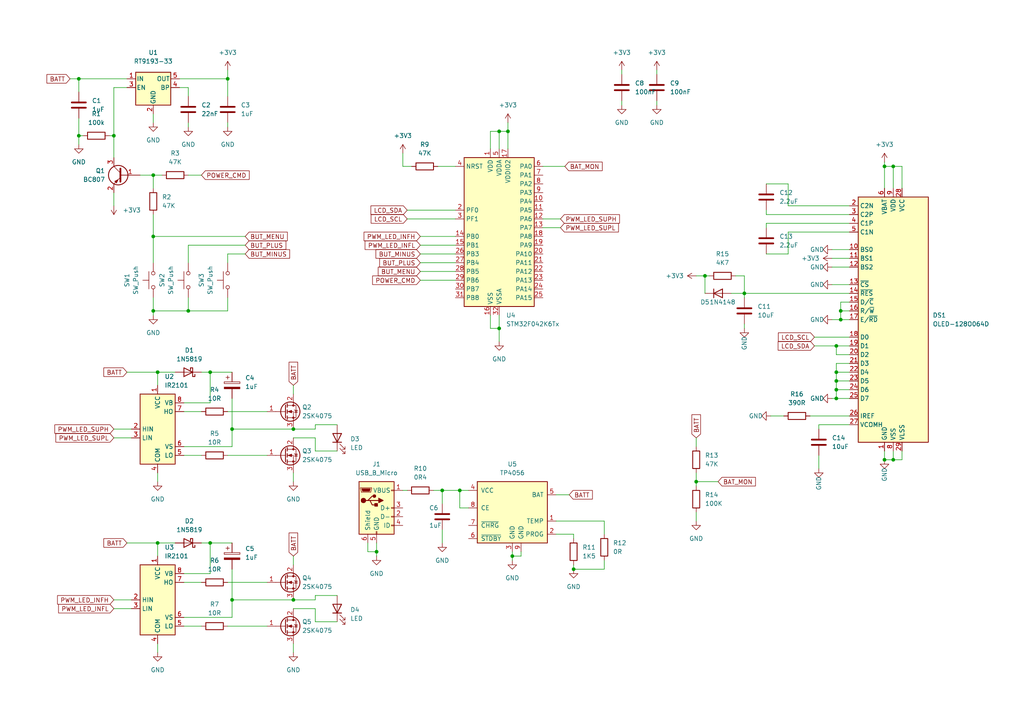
<source format=kicad_sch>
(kicad_sch (version 20211123) (generator eeschema)
  (paper "A4")
  (lib_symbols
    (symbol "Battery_Management:TP4056" (pin_names (offset 1.016))
      (property "Reference" "U" (at -10.16 8.89 0))
      (property "Value" "TP4056" (at 1.27 8.89 0))
      (symbol "TP4056_0_1"
        (rectangle (start -10.16 7.62) (end 10.16 -10.16) (stroke (width 0.254)) (fill (type background)))
      )
      (symbol "TP4056_1_1"
        (pin input line (at 12.7 -3.81 180) (length 2.54) (name "TEMP") (number "1"))
        (pin input line (at 12.7 -7.62 180) (length 2.54) (name "PROG") (number "2"))
        (pin power_in line (at 0 -12.7 90) (length 2.54) (name "GND") (number "3"))
        (pin power_in line (at -12.7 5.08 0) (length 2.54) (name "VCC") (number "4"))
        (pin output line (at 12.7 3.81 180) (length 2.54) (name "BAT") (number "5"))
        (pin open_collector line (at -12.7 -8.89 0) (length 2.54) (name "~{STDBY}") (number "6"))
        (pin open_collector line (at -12.7 -5.08 0) (length 2.54) (name "~{CHRG}") (number "7"))
        (pin input line (at -12.7 0 0) (length 2.54) (name "CE") (number "8"))
        (pin power_in line (at 2.54 -12.7 90) (length 2.54) (name "GND") (number "9"))
      )
    )
    (symbol "Connector:USB_B_Micro" (pin_names (offset 1.016))
      (property "Reference" "J" (at -5.08 11.43 0))
      (property "Value" "USB_B_Micro" (at -5.08 8.89 0))
      (symbol "USB_B_Micro_0_1"
        (rectangle (start -5.08 -7.62) (end 5.08 7.62) (stroke (width 0.254)) (fill (type background)))
        (circle (center -3.81 2.159) (radius 0.635) (stroke (width 0.254)) (fill (type outline)))
        (circle (center -0.635 3.429) (radius 0.381) (stroke (width 0.254)) (fill (type outline)))
        (rectangle (start -0.127 -7.62) (end 0.127 -6.858))
        (polyline (pts (xy -1.905 2.159) (xy 0.635 2.159)) (stroke (width 0.254)))
        (polyline (pts (xy -3.175 2.159) (xy -2.54 2.159) (xy -1.27 3.429) (xy -0.635 3.429)) (stroke (width 0.254)))
        (polyline (pts (xy -2.54 2.159) (xy -1.905 2.159) (xy -1.27 0.889) (xy 0 0.889)) (stroke (width 0.254)))
        (polyline (pts (xy 0.635 2.794) (xy 0.635 1.524) (xy 1.905 2.159) (xy 0.635 2.794)) (stroke (width 0.254)) (fill (type outline)))
        (polyline (pts (xy -4.318 5.588) (xy -1.778 5.588) (xy -2.032 4.826) (xy -4.064 4.826) (xy -4.318 5.588)) (fill (type outline)))
        (polyline (pts (xy -4.699 5.842) (xy -4.699 5.588) (xy -4.445 4.826) (xy -4.445 4.572) (xy -1.651 4.572) (xy -1.651 4.826) (xy -1.397 5.588) (xy -1.397 5.842) (xy -4.699 5.842)))
        (rectangle (start 0.254 1.27) (end -0.508 0.508) (stroke (width 0.254)) (fill (type outline)))
        (rectangle (start 5.08 -5.207) (end 4.318 -4.953))
        (rectangle (start 5.08 -2.667) (end 4.318 -2.413))
        (rectangle (start 5.08 -0.127) (end 4.318 0.127))
        (rectangle (start 5.08 4.953) (end 4.318 5.207))
      )
      (symbol "USB_B_Micro_1_1"
        (pin power_out line (at 7.62 5.08 180) (length 2.54) (name "VBUS") (number "1"))
        (pin bidirectional line (at 7.62 -2.54 180) (length 2.54) (name "D-") (number "2"))
        (pin bidirectional line (at 7.62 0 180) (length 2.54) (name "D+") (number "3"))
        (pin passive line (at 7.62 -5.08 180) (length 2.54) (name "ID") (number "4"))
        (pin power_out line (at 0 -10.16 90) (length 2.54) (name "GND") (number "5"))
        (pin passive line (at -2.54 -10.16 90) (length 2.54) (name "Shield") (number "6"))
      )
    )
    (symbol "Device:C" (pin_numbers hide) (pin_names (offset 0.254))
      (property "Reference" "C" (at 0.635 2.54 0))
      (property "Value" "C" (at 0.635 -2.54 0))
      (symbol "C_0_1"
        (polyline (pts (xy -2.032 -0.762) (xy 2.032 -0.762)) (stroke (width 0.508)))
        (polyline (pts (xy -2.032 0.762) (xy 2.032 0.762)) (stroke (width 0.508)))
      )
      (symbol "C_1_1"
        (pin passive line (at 0 3.81 270) (length 2.794) (name "~") (number "1"))
        (pin passive line (at 0 -3.81 90) (length 2.794) (name "~") (number "2"))
      )
    )
    (symbol "Device:C_Polarized" (pin_numbers hide) (pin_names (offset 0.254))
      (property "Reference" "C" (at 0.635 2.54 0))
      (property "Value" "C_Polarized" (at 0.635 -2.54 0))
      (symbol "C_Polarized_0_1"
        (rectangle (start -2.286 0.508) (end 2.286 1.016))
        (polyline (pts (xy -1.778 2.286) (xy -0.762 2.286)))
        (polyline (pts (xy -1.27 2.794) (xy -1.27 1.778)))
        (rectangle (start 2.286 -0.508) (end -2.286 -1.016) (fill (type outline)))
      )
      (symbol "C_Polarized_1_1"
        (pin passive line (at 0 3.81 270) (length 2.794) (name "~") (number "1"))
        (pin passive line (at 0 -3.81 90) (length 2.794) (name "~") (number "2"))
      )
    )
    (symbol "Device:LED" (pin_numbers hide) (pin_names (offset 1.016) hide)
      (property "Reference" "D" (at 0 2.54 0))
      (property "Value" "LED" (at 0 -2.54 0))
      (symbol "LED_0_1"
        (polyline (pts (xy -1.27 -1.27) (xy -1.27 1.27)) (stroke (width 0.254)))
        (polyline (pts (xy -1.27 0) (xy 1.27 0)))
        (polyline (pts (xy 1.27 -1.27) (xy 1.27 1.27) (xy -1.27 0) (xy 1.27 -1.27)) (stroke (width 0.254)))
        (polyline (pts (xy -3.048 -0.762) (xy -4.572 -2.286) (xy -3.81 -2.286) (xy -4.572 -2.286) (xy -4.572 -1.524)))
        (polyline (pts (xy -1.778 -0.762) (xy -3.302 -2.286) (xy -2.54 -2.286) (xy -3.302 -2.286) (xy -3.302 -1.524)))
      )
      (symbol "LED_1_1"
        (pin passive line (at -3.81 0 0) (length 2.54) (name "K") (number "1"))
        (pin passive line (at 3.81 0 180) (length 2.54) (name "A") (number "2"))
      )
    )
    (symbol "Device:R" (pin_numbers hide) (pin_names (offset 0))
      (property "Reference" "R" (at 2.032 0 90))
      (property "Value" "R" (at 0 0 90))
      (symbol "R_0_1"
        (rectangle (start -1.016 -2.54) (end 1.016 2.54) (stroke (width 0.254)))
      )
      (symbol "R_1_1"
        (pin passive line (at 0 3.81 270) (length 1.27) (name "~") (number "1"))
        (pin passive line (at 0 -3.81 90) (length 1.27) (name "~") (number "2"))
      )
    )
    (symbol "Diode:1N4148" (pin_numbers hide) (pin_names (offset 1.016) hide)
      (property "Reference" "D" (at 0 2.54 0))
      (property "Value" "1N4148" (at 0 -2.54 0))
      (symbol "1N4148_0_1"
        (polyline (pts (xy -1.27 1.27) (xy -1.27 -1.27)) (stroke (width 0.254)))
        (polyline (pts (xy 1.27 0) (xy -1.27 0)))
        (polyline (pts (xy 1.27 1.27) (xy 1.27 -1.27) (xy -1.27 0) (xy 1.27 1.27)) (stroke (width 0.254)))
      )
      (symbol "1N4148_1_1"
        (pin passive line (at -3.81 0 0) (length 2.54) (name "K") (number "1"))
        (pin passive line (at 3.81 0 180) (length 2.54) (name "A") (number "2"))
      )
    )
    (symbol "Diode:1N5819" (pin_numbers hide) (pin_names (offset 1.016) hide)
      (property "Reference" "D" (at 0 2.54 0))
      (property "Value" "1N5819" (at 0 -2.54 0))
      (symbol "1N5819_0_1"
        (polyline (pts (xy 1.27 0) (xy -1.27 0)))
        (polyline (pts (xy 1.27 1.27) (xy 1.27 -1.27) (xy -1.27 0) (xy 1.27 1.27)) (stroke (width 0.254)))
        (polyline (pts (xy -1.905 0.635) (xy -1.905 1.27) (xy -1.27 1.27) (xy -1.27 -1.27) (xy -0.635 -1.27) (xy -0.635 -0.635)) (stroke (width 0.254)))
      )
      (symbol "1N5819_1_1"
        (pin passive line (at -3.81 0 0) (length 2.54) (name "K") (number "1"))
        (pin passive line (at 3.81 0 180) (length 2.54) (name "A") (number "2"))
      )
    )
    (symbol "Display_Graphic:OLED-128O064D"
      (property "Reference" "DS" (at -10.16 38.1 0))
      (property "Value" "OLED-128O064D" (at 12.7 38.1 0))
      (symbol "OLED-128O064D_0_1"
        (rectangle (start -10.16 35.56) (end 10.16 -35.56) (stroke (width 0.254)) (fill (type background)))
      )
      (symbol "OLED-128O064D_1_1"
        (pin power_in line (at -2.54 -38.1 90) (length 2.54) (name "GND") (number "1"))
        (pin input line (at -12.7 20.32 0) (length 2.54) (name "BS0") (number "10"))
        (pin input line (at -12.7 17.78 0) (length 2.54) (name "BS1") (number "11"))
        (pin input line (at -12.7 15.24 0) (length 2.54) (name "BS2") (number "12"))
        (pin input line (at -12.7 10.16 0) (length 2.54) (name "~{CS}") (number "13"))
        (pin input line (at -12.7 7.62 0) (length 2.54) (name "~{RES}") (number "14"))
        (pin input line (at -12.7 5.08 0) (length 2.54) (name "D/~{C}") (number "15"))
        (pin input line (at -12.7 2.54 0) (length 2.54) (name "R/~{W}") (number "16"))
        (pin input line (at -12.7 0 0) (length 2.54) (name "E/~{RD}") (number "17"))
        (pin bidirectional line (at -12.7 -5.08 0) (length 2.54) (name "D0") (number "18"))
        (pin bidirectional line (at -12.7 -7.62 0) (length 2.54) (name "D1") (number "19"))
        (pin passive line (at -12.7 33.02 0) (length 2.54) (name "C2N") (number "2"))
        (pin bidirectional line (at -12.7 -10.16 0) (length 2.54) (name "D2") (number "20"))
        (pin bidirectional line (at -12.7 -12.7 0) (length 2.54) (name "D3") (number "21"))
        (pin bidirectional line (at -12.7 -15.24 0) (length 2.54) (name "D4") (number "22"))
        (pin bidirectional line (at -12.7 -17.78 0) (length 2.54) (name "D5") (number "23"))
        (pin bidirectional line (at -12.7 -20.32 0) (length 2.54) (name "D6") (number "24"))
        (pin bidirectional line (at -12.7 -22.86 0) (length 2.54) (name "D7") (number "25"))
        (pin passive line (at -12.7 -27.94 0) (length 2.54) (name "IREF") (number "26"))
        (pin passive line (at -12.7 -30.48 0) (length 2.54) (name "VCOMH") (number "27"))
        (pin power_in line (at 2.54 38.1 270) (length 2.54) (name "VCC") (number "28"))
        (pin power_in line (at 2.54 -38.1 90) (length 2.54) (name "VLSS") (number "29"))
        (pin passive line (at -12.7 30.48 0) (length 2.54) (name "C2P") (number "3"))
        (pin passive line (at -2.54 -38.1 90) (length 2.54) hide (name "GND") (number "30"))
        (pin passive line (at -12.7 27.94 0) (length 2.54) (name "C1P") (number "4"))
        (pin passive line (at -12.7 25.4 0) (length 2.54) (name "C1N") (number "5"))
        (pin power_in line (at -2.54 38.1 270) (length 2.54) (name "VBAT") (number "6"))
        (pin no_connect line (at 10.16 0 180) (length 2.54) hide (name "NC") (number "7"))
        (pin power_in line (at 0 -38.1 90) (length 2.54) (name "VSS") (number "8"))
        (pin power_in line (at 0 38.1 270) (length 2.54) (name "VDD") (number "9"))
      )
    )
    (symbol "Driver_FET:IR2101"
      (property "Reference" "U" (at 1.27 13.335 0))
      (property "Value" "IR2101" (at 1.27 11.43 0))
      (symbol "IR2101_0_1"
        (rectangle (start -5.08 -10.16) (end 5.08 10.16) (stroke (width 0.254)) (fill (type background)))
      )
      (symbol "IR2101_1_1"
        (pin power_in line (at 0 12.7 270) (length 2.54) (name "VCC") (number "1"))
        (pin input line (at -7.62 0 0) (length 2.54) (name "HIN") (number "2"))
        (pin input line (at -7.62 -2.54 0) (length 2.54) (name "LIN") (number "3"))
        (pin power_in line (at 0 -12.7 90) (length 2.54) (name "COM") (number "4"))
        (pin output line (at 7.62 -7.62 180) (length 2.54) (name "LO") (number "5"))
        (pin passive line (at 7.62 -5.08 180) (length 2.54) (name "VS") (number "6"))
        (pin output line (at 7.62 5.08 180) (length 2.54) (name "HO") (number "7"))
        (pin passive line (at 7.62 7.62 180) (length 2.54) (name "VB") (number "8"))
      )
    )
    (symbol "MCU_ST_STM32F0:STM32F042K6Tx"
      (property "Reference" "U" (at -10.16 21.59 0))
      (property "Value" "STM32F042K6Tx" (at 5.08 21.59 0))
      (symbol "STM32F042K6Tx_0_1"
        (rectangle (start -10.16 -22.86) (end 10.16 20.32) (stroke (width 0.254)) (fill (type background)))
      )
      (symbol "STM32F042K6Tx_1_1"
        (pin power_in line (at -2.54 22.86 270) (length 2.54) (name "VDD") (number "1"))
        (pin bidirectional line (at 12.7 7.62 180) (length 2.54) (name "PA4") (number "10"))
        (pin bidirectional line (at 12.7 5.08 180) (length 2.54) (name "PA5") (number "11"))
        (pin bidirectional line (at 12.7 2.54 180) (length 2.54) (name "PA6") (number "12"))
        (pin bidirectional line (at 12.7 0 180) (length 2.54) (name "PA7") (number "13"))
        (pin bidirectional line (at -12.7 -2.54 0) (length 2.54) (name "PB0") (number "14"))
        (pin bidirectional line (at -12.7 -5.08 0) (length 2.54) (name "PB1") (number "15"))
        (pin power_in line (at -2.54 -25.4 90) (length 2.54) (name "VSS") (number "16"))
        (pin power_in line (at 2.54 22.86 270) (length 2.54) (name "VDDIO2") (number "17"))
        (pin bidirectional line (at 12.7 -2.54 180) (length 2.54) (name "PA8") (number "18"))
        (pin bidirectional line (at 12.7 -5.08 180) (length 2.54) (name "PA9") (number "19"))
        (pin input line (at -12.7 5.08 0) (length 2.54) (name "PF0") (number "2"))
        (pin bidirectional line (at 12.7 -7.62 180) (length 2.54) (name "PA10") (number "20"))
        (pin bidirectional line (at 12.7 -10.16 180) (length 2.54) (name "PA11") (number "21"))
        (pin bidirectional line (at 12.7 -12.7 180) (length 2.54) (name "PA12") (number "22"))
        (pin bidirectional line (at 12.7 -15.24 180) (length 2.54) (name "PA13") (number "23"))
        (pin bidirectional line (at 12.7 -17.78 180) (length 2.54) (name "PA14") (number "24"))
        (pin bidirectional line (at 12.7 -20.32 180) (length 2.54) (name "PA15") (number "25"))
        (pin bidirectional line (at -12.7 -7.62 0) (length 2.54) (name "PB3") (number "26"))
        (pin bidirectional line (at -12.7 -10.16 0) (length 2.54) (name "PB4") (number "27"))
        (pin bidirectional line (at -12.7 -12.7 0) (length 2.54) (name "PB5") (number "28"))
        (pin bidirectional line (at -12.7 -15.24 0) (length 2.54) (name "PB6") (number "29"))
        (pin input line (at -12.7 2.54 0) (length 2.54) (name "PF1") (number "3"))
        (pin bidirectional line (at -12.7 -17.78 0) (length 2.54) (name "PB7") (number "30"))
        (pin bidirectional line (at -12.7 -20.32 0) (length 2.54) (name "PB8") (number "31"))
        (pin power_in line (at 0 -25.4 90) (length 2.54) (name "VSSA") (number "32"))
        (pin input line (at -12.7 17.78 0) (length 2.54) (name "NRST") (number "4"))
        (pin power_in line (at 0 22.86 270) (length 2.54) (name "VDDA") (number "5"))
        (pin bidirectional line (at 12.7 17.78 180) (length 2.54) (name "PA0") (number "6"))
        (pin bidirectional line (at 12.7 15.24 180) (length 2.54) (name "PA1") (number "7"))
        (pin bidirectional line (at 12.7 12.7 180) (length 2.54) (name "PA2") (number "8"))
        (pin bidirectional line (at 12.7 10.16 180) (length 2.54) (name "PA3") (number "9"))
      )
    )
    (symbol "Regulator_Linear:RT9193-33" (pin_names (offset 0.254))
      (property "Reference" "U" (at -3.81 5.715 0))
      (property "Value" "RT9193-33" (at 0 5.715 0))
      (symbol "RT9193-33_0_1"
        (rectangle (start -5.08 4.445) (end 5.08 -5.08) (stroke (width 0.254)) (fill (type background)))
      )
      (symbol "RT9193-33_1_1"
        (pin power_in line (at -7.62 2.54 0) (length 2.54) (name "IN") (number "1"))
        (pin power_in line (at 0 -7.62 90) (length 2.54) (name "GND") (number "2"))
        (pin input line (at -7.62 0 0) (length 2.54) (name "EN") (number "3"))
        (pin input line (at 7.62 0 180) (length 2.54) (name "BP") (number "4"))
        (pin power_out line (at 7.62 2.54 180) (length 2.54) (name "OUT") (number "5"))
      )
    )
    (symbol "Switch:SW_Push" (pin_numbers hide) (pin_names (offset 1.016) hide)
      (property "Reference" "SW" (at 1.27 2.54 0))
      (property "Value" "SW_Push" (at 0 -1.524 0))
      (symbol "SW_Push_0_1"
        (circle (center -2.032 0) (radius 0.508))
        (polyline (pts (xy 0 1.27) (xy 0 3.048)))
        (polyline (pts (xy 2.54 1.27) (xy -2.54 1.27)))
        (circle (center 2.032 0) (radius 0.508))
        (pin passive line (at -5.08 0 0) (length 2.54) (name "1") (number "1"))
        (pin passive line (at 5.08 0 180) (length 2.54) (name "2") (number "2"))
      )
    )
    (symbol "Transistor_BJT:BC807" (pin_names (offset 0) hide)
      (property "Reference" "Q" (at 5.08 1.905 0))
      (property "Value" "BC807" (at 5.08 0 0))
      (symbol "BC807_0_1"
        (polyline (pts (xy 0.635 0.635) (xy 2.54 2.54)))
        (polyline (pts (xy 0.635 -0.635) (xy 2.54 -2.54) (xy 2.54 -2.54)))
        (polyline (pts (xy 0.635 1.905) (xy 0.635 -1.905) (xy 0.635 -1.905)) (stroke (width 0.508)))
        (polyline (pts (xy 2.286 -1.778) (xy 1.778 -2.286) (xy 1.27 -1.27) (xy 2.286 -1.778) (xy 2.286 -1.778)) (fill (type outline)))
        (circle (center 1.27 0) (radius 2.8194) (stroke (width 0.254)))
      )
      (symbol "BC807_1_1"
        (pin input line (at -5.08 0 0) (length 5.715) (name "B") (number "1"))
        (pin passive line (at 2.54 -5.08 90) (length 2.54) (name "E") (number "2"))
        (pin passive line (at 2.54 5.08 270) (length 2.54) (name "C") (number "3"))
      )
    )
    (symbol "Transistor_FET:2SK4075" (pin_names hide)
      (property "Reference" "Q" (at 6.35 1.905 0))
      (property "Value" "2SK4075" (at 6.35 0 0))
      (symbol "2SK4075_0_1"
        (polyline (pts (xy 0.254 0) (xy -2.54 0)))
        (polyline (pts (xy 0.254 1.905) (xy 0.254 -1.905)) (stroke (width 0.254)))
        (polyline (pts (xy 0.762 -1.27) (xy 0.762 -2.286)) (stroke (width 0.254)))
        (polyline (pts (xy 0.762 0.508) (xy 0.762 -0.508)) (stroke (width 0.254)))
        (polyline (pts (xy 0.762 2.286) (xy 0.762 1.27)) (stroke (width 0.254)))
        (polyline (pts (xy 2.54 2.54) (xy 2.54 1.778)))
        (polyline (pts (xy 2.54 -2.54) (xy 2.54 0) (xy 0.762 0)))
        (polyline (pts (xy 0.762 -1.778) (xy 3.302 -1.778) (xy 3.302 1.778) (xy 0.762 1.778)))
        (polyline (pts (xy 1.016 0) (xy 2.032 0.381) (xy 2.032 -0.381) (xy 1.016 0)) (fill (type outline)))
        (polyline (pts (xy 2.794 0.508) (xy 2.921 0.381) (xy 3.683 0.381) (xy 3.81 0.254)))
        (polyline (pts (xy 3.302 0.381) (xy 2.921 -0.254) (xy 3.683 -0.254) (xy 3.302 0.381)))
        (circle (center 1.651 0) (radius 2.794) (stroke (width 0.254)))
        (circle (center 2.54 -1.778) (radius 0.254) (fill (type outline)))
        (circle (center 2.54 1.778) (radius 0.254) (fill (type outline)))
      )
      (symbol "2SK4075_1_1"
        (pin input line (at -5.08 0 0) (length 2.54) (name "G") (number "1"))
        (pin passive line (at 2.54 5.08 270) (length 2.54) (name "D") (number "2"))
        (pin passive line (at 2.54 -5.08 90) (length 2.54) (name "S") (number "3"))
      )
    )
    (symbol "power:+3.3V" (power) (pin_names (offset 0))
      (property "Value" "+3.3V" (at 0 3.556 0))
      (symbol "+3.3V_0_1"
        (polyline (pts (xy -0.762 1.27) (xy 0 2.54)))
        (polyline (pts (xy 0 0) (xy 0 2.54)))
        (polyline (pts (xy 0 2.54) (xy 0.762 1.27)))
      )
      (symbol "+3.3V_1_1"
        (pin power_in line (at 0 0 90) (length 0) hide (name "+3V3") (number "1"))
      )
    )
    (symbol "power:GND" (power) (pin_names (offset 0))
      (property "Value" "GND" (at 0 -3.81 0))
      (symbol "GND_0_1"
        (polyline (pts (xy 0 0) (xy 0 -1.27) (xy 1.27 -1.27) (xy 0 -2.54) (xy -1.27 -1.27) (xy 0 -1.27)))
      )
      (symbol "GND_1_1"
        (pin power_in line (at 0 0 270) (length 0) hide (name "GND") (number "1"))
      )
    )
  )
  (junction (at 259.08 48.26))
  (junction (at 67.31 173.99))
  (junction (at 242.57 110.49))
  (junction (at 243.84 90.17))
  (junction (at 22.86 22.86))
  (junction (at 243.84 92.71))
  (junction (at 242.57 107.95))
  (junction (at 109.22 160.02))
  (junction (at 44.45 50.8))
  (junction (at 33.02 39.37))
  (junction (at 204.47 80.01))
  (junction (at 256.54 133.35))
  (junction (at 242.57 100.33))
  (junction (at 166.37 165.1))
  (junction (at 242.57 113.03))
  (junction (at 60.96 157.48))
  (junction (at 60.96 107.95))
  (junction (at 22.86 39.37))
  (junction (at 44.45 68.58))
  (junction (at 215.9 85.09))
  (junction (at 256.54 48.26))
  (junction (at 45.72 157.48))
  (junction (at 45.72 107.95))
  (junction (at 144.78 95.25))
  (junction (at 259.08 133.35))
  (junction (at 242.57 115.57))
  (junction (at 144.78 38.1))
  (junction (at 133.35 142.24))
  (junction (at 85.09 173.99))
  (junction (at 201.93 139.7))
  (junction (at 66.04 22.86))
  (junction (at 147.32 38.1))
  (junction (at 54.61 90.17))
  (junction (at 44.45 90.17))
  (junction (at 85.09 124.46))
  (junction (at 148.59 161.29))
  (junction (at 128.27 142.24))
  (junction (at 67.31 124.46))
  (wire (pts (xy 161.29 143.51) (xy 165.1 143.51)))
  (wire (pts (xy 44.45 90.17) (xy 44.45 91.44)))
  (wire (pts (xy 243.84 87.63) (xy 243.84 90.17)))
  (wire (pts (xy 53.34 116.84) (xy 60.96 116.84)))
  (wire (pts (xy 256.54 46.99) (xy 256.54 48.26)))
  (wire (pts (xy 166.37 154.94) (xy 161.29 154.94)))
  (wire (pts (xy 118.11 60.96) (xy 132.08 60.96)))
  (wire (pts (xy 133.35 142.24) (xy 135.89 142.24)))
  (wire (pts (xy 128.27 142.24) (xy 128.27 146.05)))
  (wire (pts (xy 85.09 176.53) (xy 91.44 176.53)))
  (wire (pts (xy 22.86 34.29) (xy 22.86 39.37)))
  (wire (pts (xy 243.84 90.17) (xy 246.38 90.17)))
  (wire (pts (xy 91.44 127) (xy 91.44 130.81)))
  (wire (pts (xy 45.72 107.95) (xy 50.8 107.95)))
  (wire (pts (xy 166.37 156.21) (xy 166.37 154.94)))
  (wire (pts (xy 242.57 100.33) (xy 246.38 100.33)))
  (wire (pts (xy 66.04 27.94) (xy 66.04 22.86)))
  (wire (pts (xy 44.45 76.2) (xy 44.45 68.58)))
  (wire (pts (xy 54.61 25.4) (xy 54.61 27.94)))
  (wire (pts (xy 223.52 120.65) (xy 227.33 120.65)))
  (wire (pts (xy 125.73 142.24) (xy 128.27 142.24)))
  (wire (pts (xy 60.96 116.84) (xy 60.96 107.95)))
  (wire (pts (xy 157.48 48.26) (xy 163.83 48.26)))
  (wire (pts (xy 259.08 130.81) (xy 259.08 133.35)))
  (wire (pts (xy 66.04 119.38) (xy 77.47 119.38)))
  (wire (pts (xy 66.04 168.91) (xy 77.47 168.91)))
  (wire (pts (xy 246.38 62.23) (xy 222.25 62.23)))
  (wire (pts (xy 45.72 157.48) (xy 45.72 161.29)))
  (wire (pts (xy 53.34 166.37) (xy 60.96 166.37)))
  (wire (pts (xy 67.31 124.46) (xy 85.09 124.46)))
  (wire (pts (xy 142.24 38.1) (xy 142.24 43.18)))
  (wire (pts (xy 157.48 63.5) (xy 162.56 63.5)))
  (wire (pts (xy 71.12 71.12) (xy 54.61 71.12)))
  (wire (pts (xy 33.02 173.99) (xy 38.1 173.99)))
  (wire (pts (xy 256.54 48.26) (xy 256.54 54.61)))
  (wire (pts (xy 180.34 20.32) (xy 180.34 21.59)))
  (wire (pts (xy 36.83 107.95) (xy 45.72 107.95)))
  (wire (pts (xy 22.86 22.86) (xy 22.86 26.67)))
  (wire (pts (xy 36.83 157.48) (xy 45.72 157.48)))
  (wire (pts (xy 242.57 113.03) (xy 242.57 115.57)))
  (wire (pts (xy 246.38 102.87) (xy 242.57 102.87)))
  (wire (pts (xy 121.92 73.66) (xy 132.08 73.66)))
  (wire (pts (xy 67.31 179.07) (xy 67.31 173.99)))
  (wire (pts (xy 91.44 123.19) (xy 91.44 124.46)))
  (wire (pts (xy 242.57 113.03) (xy 246.38 113.03)))
  (wire (pts (xy 201.93 127) (xy 201.93 129.54)))
  (wire (pts (xy 246.38 123.19) (xy 237.49 123.19)))
  (wire (pts (xy 66.04 181.61) (xy 77.47 181.61)))
  (wire (pts (xy 213.36 80.01) (xy 215.9 80.01)))
  (wire (pts (xy 85.09 161.29) (xy 85.09 163.83)))
  (wire (pts (xy 91.44 130.81) (xy 97.79 130.81)))
  (wire (pts (xy 54.61 35.56) (xy 54.61 36.83)))
  (wire (pts (xy 243.84 90.17) (xy 243.84 92.71)))
  (wire (pts (xy 67.31 129.54) (xy 67.31 124.46)))
  (wire (pts (xy 44.45 62.23) (xy 44.45 68.58)))
  (wire (pts (xy 148.59 160.02) (xy 148.59 161.29)))
  (wire (pts (xy 67.31 173.99) (xy 67.31 165.1)))
  (wire (pts (xy 261.62 133.35) (xy 259.08 133.35)))
  (wire (pts (xy 151.13 161.29) (xy 148.59 161.29)))
  (wire (pts (xy 91.44 173.99) (xy 85.09 173.99)))
  (wire (pts (xy 259.08 54.61) (xy 259.08 48.26)))
  (wire (pts (xy 151.13 160.02) (xy 151.13 161.29)))
  (wire (pts (xy 190.5 29.21) (xy 190.5 30.48)))
  (wire (pts (xy 45.72 157.48) (xy 50.8 157.48)))
  (wire (pts (xy 201.93 80.01) (xy 204.47 80.01)))
  (wire (pts (xy 60.96 157.48) (xy 58.42 157.48)))
  (wire (pts (xy 44.45 86.36) (xy 44.45 90.17)))
  (wire (pts (xy 236.22 97.79) (xy 246.38 97.79)))
  (wire (pts (xy 175.26 162.56) (xy 175.26 165.1)))
  (wire (pts (xy 215.9 93.98) (xy 215.9 95.25)))
  (wire (pts (xy 242.57 110.49) (xy 246.38 110.49)))
  (wire (pts (xy 20.32 22.86) (xy 22.86 22.86)))
  (wire (pts (xy 142.24 95.25) (xy 144.78 95.25)))
  (wire (pts (xy 33.02 39.37) (xy 33.02 45.72)))
  (wire (pts (xy 33.02 55.88) (xy 33.02 59.69)))
  (wire (pts (xy 261.62 48.26) (xy 259.08 48.26)))
  (wire (pts (xy 45.72 186.69) (xy 45.72 189.23)))
  (wire (pts (xy 243.84 92.71) (xy 246.38 92.71)))
  (wire (pts (xy 201.93 139.7) (xy 201.93 140.97)))
  (wire (pts (xy 54.61 90.17) (xy 44.45 90.17)))
  (wire (pts (xy 40.64 50.8) (xy 44.45 50.8)))
  (wire (pts (xy 85.09 137.16) (xy 85.09 139.7)))
  (wire (pts (xy 128.27 142.24) (xy 133.35 142.24)))
  (wire (pts (xy 60.96 166.37) (xy 60.96 157.48)))
  (wire (pts (xy 242.57 115.57) (xy 246.38 115.57)))
  (wire (pts (xy 106.68 160.02) (xy 109.22 160.02)))
  (wire (pts (xy 66.04 86.36) (xy 66.04 90.17)))
  (wire (pts (xy 52.07 22.86) (xy 66.04 22.86)))
  (wire (pts (xy 142.24 91.44) (xy 142.24 95.25)))
  (wire (pts (xy 53.34 132.08) (xy 58.42 132.08)))
  (wire (pts (xy 116.84 142.24) (xy 118.11 142.24)))
  (wire (pts (xy 157.48 66.04) (xy 162.56 66.04)))
  (wire (pts (xy 91.44 124.46) (xy 85.09 124.46)))
  (wire (pts (xy 166.37 163.83) (xy 166.37 165.1)))
  (wire (pts (xy 228.6 73.66) (xy 228.6 67.31)))
  (wire (pts (xy 144.78 38.1) (xy 144.78 43.18)))
  (wire (pts (xy 234.95 120.65) (xy 246.38 120.65)))
  (wire (pts (xy 127 48.26) (xy 132.08 48.26)))
  (wire (pts (xy 121.92 68.58) (xy 132.08 68.58)))
  (wire (pts (xy 241.3 77.47) (xy 246.38 77.47)))
  (wire (pts (xy 33.02 176.53) (xy 38.1 176.53)))
  (wire (pts (xy 246.38 64.77) (xy 222.25 64.77)))
  (wire (pts (xy 228.6 59.69) (xy 246.38 59.69)))
  (wire (pts (xy 66.04 132.08) (xy 77.47 132.08)))
  (wire (pts (xy 53.34 129.54) (xy 67.31 129.54)))
  (wire (pts (xy 44.45 50.8) (xy 44.45 54.61)))
  (wire (pts (xy 31.75 39.37) (xy 33.02 39.37)))
  (wire (pts (xy 259.08 133.35) (xy 256.54 133.35)))
  (wire (pts (xy 121.92 76.2) (xy 132.08 76.2)))
  (wire (pts (xy 71.12 73.66) (xy 66.04 73.66)))
  (wire (pts (xy 222.25 62.23) (xy 222.25 60.96)))
  (wire (pts (xy 85.09 111.76) (xy 85.09 114.3)))
  (wire (pts (xy 44.45 68.58) (xy 71.12 68.58)))
  (wire (pts (xy 45.72 137.16) (xy 45.72 139.7)))
  (wire (pts (xy 201.93 137.16) (xy 201.93 139.7)))
  (wire (pts (xy 242.57 110.49) (xy 242.57 113.03)))
  (wire (pts (xy 118.11 63.5) (xy 132.08 63.5)))
  (wire (pts (xy 60.96 157.48) (xy 67.31 157.48)))
  (wire (pts (xy 97.79 172.72) (xy 91.44 172.72)))
  (wire (pts (xy 133.35 147.32) (xy 133.35 142.24)))
  (wire (pts (xy 45.72 107.95) (xy 45.72 111.76)))
  (wire (pts (xy 261.62 130.81) (xy 261.62 133.35)))
  (wire (pts (xy 67.31 124.46) (xy 67.31 115.57)))
  (wire (pts (xy 44.45 50.8) (xy 46.99 50.8)))
  (wire (pts (xy 204.47 80.01) (xy 205.74 80.01)))
  (wire (pts (xy 106.68 157.48) (xy 106.68 160.02)))
  (wire (pts (xy 215.9 85.09) (xy 215.9 86.36)))
  (wire (pts (xy 175.26 165.1) (xy 166.37 165.1)))
  (wire (pts (xy 256.54 130.81) (xy 256.54 133.35)))
  (wire (pts (xy 66.04 73.66) (xy 66.04 76.2)))
  (wire (pts (xy 246.38 87.63) (xy 243.84 87.63)))
  (wire (pts (xy 201.93 148.59) (xy 201.93 151.13)))
  (wire (pts (xy 33.02 127) (xy 38.1 127)))
  (wire (pts (xy 116.84 48.26) (xy 116.84 44.45)))
  (wire (pts (xy 54.61 71.12) (xy 54.61 76.2)))
  (wire (pts (xy 60.96 107.95) (xy 67.31 107.95)))
  (wire (pts (xy 66.04 20.32) (xy 66.04 22.86)))
  (wire (pts (xy 237.49 123.19) (xy 237.49 124.46)))
  (wire (pts (xy 53.34 181.61) (xy 58.42 181.61)))
  (wire (pts (xy 161.29 151.13) (xy 175.26 151.13)))
  (wire (pts (xy 67.31 173.99) (xy 85.09 173.99)))
  (wire (pts (xy 22.86 22.86) (xy 36.83 22.86)))
  (wire (pts (xy 22.86 39.37) (xy 22.86 41.91)))
  (wire (pts (xy 135.89 147.32) (xy 133.35 147.32)))
  (wire (pts (xy 52.07 25.4) (xy 54.61 25.4)))
  (wire (pts (xy 91.44 172.72) (xy 91.44 173.99)))
  (wire (pts (xy 242.57 105.41) (xy 242.57 107.95)))
  (wire (pts (xy 91.44 176.53) (xy 91.44 180.34)))
  (wire (pts (xy 147.32 35.56) (xy 147.32 38.1)))
  (wire (pts (xy 121.92 81.28) (xy 132.08 81.28)))
  (wire (pts (xy 147.32 38.1) (xy 147.32 43.18)))
  (wire (pts (xy 212.09 85.09) (xy 215.9 85.09)))
  (wire (pts (xy 222.25 53.34) (xy 228.6 53.34)))
  (wire (pts (xy 261.62 54.61) (xy 261.62 48.26)))
  (wire (pts (xy 215.9 85.09) (xy 246.38 85.09)))
  (wire (pts (xy 144.78 95.25) (xy 144.78 99.06)))
  (wire (pts (xy 246.38 105.41) (xy 242.57 105.41)))
  (wire (pts (xy 241.3 72.39) (xy 246.38 72.39)))
  (wire (pts (xy 54.61 86.36) (xy 54.61 90.17)))
  (wire (pts (xy 222.25 73.66) (xy 228.6 73.66)))
  (wire (pts (xy 60.96 107.95) (xy 58.42 107.95)))
  (wire (pts (xy 228.6 67.31) (xy 246.38 67.31)))
  (wire (pts (xy 241.3 92.71) (xy 243.84 92.71)))
  (wire (pts (xy 142.24 38.1) (xy 144.78 38.1)))
  (wire (pts (xy 242.57 107.95) (xy 246.38 107.95)))
  (wire (pts (xy 121.92 71.12) (xy 132.08 71.12)))
  (wire (pts (xy 242.57 115.57) (xy 241.3 115.57)))
  (wire (pts (xy 53.34 179.07) (xy 67.31 179.07)))
  (wire (pts (xy 201.93 139.7) (xy 208.28 139.7)))
  (wire (pts (xy 85.09 127) (xy 91.44 127)))
  (wire (pts (xy 175.26 151.13) (xy 175.26 154.94)))
  (wire (pts (xy 109.22 160.02) (xy 109.22 161.29)))
  (wire (pts (xy 148.59 161.29) (xy 148.59 162.56)))
  (wire (pts (xy 228.6 53.34) (xy 228.6 59.69)))
  (wire (pts (xy 242.57 102.87) (xy 242.57 100.33)))
  (wire (pts (xy 242.57 107.95) (xy 242.57 110.49)))
  (wire (pts (xy 128.27 153.67) (xy 128.27 157.48)))
  (wire (pts (xy 33.02 124.46) (xy 38.1 124.46)))
  (wire (pts (xy 259.08 48.26) (xy 256.54 48.26)))
  (wire (pts (xy 222.25 64.77) (xy 222.25 66.04)))
  (wire (pts (xy 44.45 33.02) (xy 44.45 35.56)))
  (wire (pts (xy 53.34 119.38) (xy 58.42 119.38)))
  (wire (pts (xy 241.3 74.93) (xy 246.38 74.93)))
  (wire (pts (xy 241.3 82.55) (xy 246.38 82.55)))
  (wire (pts (xy 54.61 50.8) (xy 58.42 50.8)))
  (wire (pts (xy 204.47 80.01) (xy 204.47 85.09)))
  (wire (pts (xy 36.83 25.4) (xy 33.02 25.4)))
  (wire (pts (xy 53.34 168.91) (xy 58.42 168.91)))
  (wire (pts (xy 66.04 35.56) (xy 66.04 36.83)))
  (wire (pts (xy 237.49 132.08) (xy 237.49 135.89)))
  (wire (pts (xy 66.04 90.17) (xy 54.61 90.17)))
  (wire (pts (xy 85.09 186.69) (xy 85.09 189.23)))
  (wire (pts (xy 33.02 25.4) (xy 33.02 39.37)))
  (wire (pts (xy 190.5 20.32) (xy 190.5 21.59)))
  (wire (pts (xy 109.22 157.48) (xy 109.22 160.02)))
  (wire (pts (xy 236.22 100.33) (xy 242.57 100.33)))
  (wire (pts (xy 121.92 78.74) (xy 132.08 78.74)))
  (wire (pts (xy 144.78 38.1) (xy 147.32 38.1)))
  (wire (pts (xy 180.34 29.21) (xy 180.34 30.48)))
  (wire (pts (xy 97.79 123.19) (xy 91.44 123.19)))
  (wire (pts (xy 22.86 39.37) (xy 24.13 39.37)))
  (wire (pts (xy 119.38 48.26) (xy 116.84 48.26)))
  (wire (pts (xy 144.78 91.44) (xy 144.78 95.25)))
  (wire (pts (xy 91.44 180.34) (xy 97.79 180.34)))
  (wire (pts (xy 215.9 80.01) (xy 215.9 85.09)))
  (global_label "PWM_LED_INFH" (shape input) (at 33.02 173.99 180) (property "Intersheet References" "${INTERSHEET_REFS}" (effects hide)))
  (global_label "PWM_LED_SUPH" (shape input) (at 162.56 63.5 0) (property "Intersheet References" "${INTERSHEET_REFS}" (effects hide)))
  (global_label "BUT_PLUS" (shape input) (at 121.92 76.2 180) (property "Intersheet References" "${INTERSHEET_REFS}" (effects hide)))
  (global_label "PWM_LED_SUPL" (shape input) (at 162.56 66.04 0) (property "Intersheet References" "${INTERSHEET_REFS}" (effects hide)))
  (global_label "BUT_PLUS" (shape input) (at 71.12 71.12 0) (property "Intersheet References" "${INTERSHEET_REFS}" (effects hide)))
  (global_label "BATT" (shape input) (at 165.1 143.51 0) (property "Intersheet References" "${INTERSHEET_REFS}" (effects hide)))
  (global_label "BUT_MINUS" (shape input) (at 71.12 73.66 0) (property "Intersheet References" "${INTERSHEET_REFS}" (effects hide)))
  (global_label "PWM_LED_INFL" (shape input) (at 121.92 71.12 180) (property "Intersheet References" "${INTERSHEET_REFS}" (effects hide)))
  (global_label "BUT_MINUS" (shape input) (at 121.92 73.66 180) (property "Intersheet References" "${INTERSHEET_REFS}" (effects hide)))
  (global_label "BATT" (shape input) (at 85.09 111.76 90) (property "Intersheet References" "${INTERSHEET_REFS}" (effects hide)))
  (global_label "PWM_LED_INFL" (shape input) (at 33.02 176.53 180) (property "Intersheet References" "${INTERSHEET_REFS}" (effects hide)))
  (global_label "POWER_CMD" (shape input) (at 121.92 81.28 180) (property "Intersheet References" "${INTERSHEET_REFS}" (effects hide)))
  (global_label "LCD_SDA" (shape input) (at 236.22 100.33 180) (property "Intersheet References" "${INTERSHEET_REFS}" (effects hide)))
  (global_label "BAT_MON" (shape input) (at 208.28 139.7 0) (property "Intersheet References" "${INTERSHEET_REFS}" (effects hide)))
  (global_label "PWM_LED_INFH" (shape input) (at 121.92 68.58 180) (property "Intersheet References" "${INTERSHEET_REFS}" (effects hide)))
  (global_label "BATT" (shape input) (at 85.09 161.29 90) (property "Intersheet References" "${INTERSHEET_REFS}" (effects hide)))
  (global_label "BAT_MON" (shape input) (at 163.83 48.26 0) (property "Intersheet References" "${INTERSHEET_REFS}" (effects hide)))
  (global_label "BATT" (shape input) (at 20.32 22.86 180) (property "Intersheet References" "${INTERSHEET_REFS}" (effects hide)))
  (global_label "BATT" (shape input) (at 36.83 157.48 180) (property "Intersheet References" "${INTERSHEET_REFS}" (effects hide)))
  (global_label "BATT" (shape input) (at 36.83 107.95 180) (property "Intersheet References" "${INTERSHEET_REFS}" (effects hide)))
  (global_label "LCD_SCL" (shape input) (at 118.11 63.5 180) (property "Intersheet References" "${INTERSHEET_REFS}" (effects hide)))
  (global_label "PWM_LED_SUPL" (shape input) (at 33.02 127 180) (property "Intersheet References" "${INTERSHEET_REFS}" (effects hide)))
  (global_label "LCD_SCL" (shape input) (at 236.22 97.79 180) (property "Intersheet References" "${INTERSHEET_REFS}" (effects hide)))
  (global_label "BUT_MENU" (shape input) (at 121.92 78.74 180) (property "Intersheet References" "${INTERSHEET_REFS}" (effects hide)))
  (global_label "BATT" (shape input) (at 201.93 127 90) (property "Intersheet References" "${INTERSHEET_REFS}" (effects hide)))
  (global_label "PWM_LED_SUPH" (shape input) (at 33.02 124.46 180) (property "Intersheet References" "${INTERSHEET_REFS}" (effects hide)))
  (global_label "BUT_MENU" (shape input) (at 71.12 68.58 0) (property "Intersheet References" "${INTERSHEET_REFS}" (effects hide)))
  (global_label "POWER_CMD" (shape input) (at 58.42 50.8 0) (property "Intersheet References" "${INTERSHEET_REFS}" (effects hide)))
  (global_label "LCD_SDA" (shape input) (at 118.11 60.96 180) (property "Intersheet References" "${INTERSHEET_REFS}" (effects hide)))
  (symbol (lib_id "Device:R") (at 201.93 144.78 180) (unit 1)
    (property "Reference" "R14" (at 204.47 143.5099 0) (effects (justify right)))
    (property "Value" "100K" (at 204.47 146.0499 0) (effects (justify right)))
    (property "Footprint" "Resistor_SMD:R_0603_1608Metric" (effects hide))
  )
  (symbol (lib_id "Device:C") (at 215.9 90.17 0) (unit 1)
    (property "Reference" "C11" (at 219.71 88.8999 0) (effects (justify left)))
    (property "Value" "10uF" (at 219.71 91.4399 0) (effects (justify left)))
    (property "Footprint" "Capacitor_SMD:C_1206_3216Metric" (effects hide))
  )
  (symbol (lib_id "Display_Graphic:OLED-128O064D") (at 259.08 92.71 0) (unit 1)
    (property "Reference" "DS1" (at 270.51 91.4399 0) (effects (justify left)))
    (property "Value" "OLED-128O064D" (at 270.51 93.9799 0) (effects (justify left)))
    (property "Footprint" "Display:OLED-128O064D" (effects hide))
    (property "Datasheet" "https://www.vishay.com/docs/37902/oled128o064dbpp3n00000.pdf" (effects hide))
  )
  (symbol (lib_id "power:+3.3V") (at 180.34 20.32 0) (unit 1)
    (property "Reference" "#PWR0106" (effects hide))
    (property "Value" "+3.3V" (at 180.34 15.24 0))
  )
  (symbol (lib_id "power:GND") (at 223.52 120.65 270) (unit 1)
    (property "Reference" "#PWR0120" (effects hide))
    (property "Value" "GND" (at 217.17 120.65 90) (effects (justify left)))
  )
  (symbol (lib_id "power:GND") (at 148.59 162.56 0) (unit 1)
    (property "Reference" "#PWR0125" (effects hide))
    (property "Value" "GND" (at 148.59 167.64 0))
  )
  (symbol (lib_id "power:GND") (at 180.34 30.48 0) (unit 1)
    (property "Reference" "#PWR0108" (effects hide))
    (property "Value" "GND" (at 180.34 35.56 0))
  )
  (symbol (lib_id "power:GND") (at 166.37 165.1 0) (unit 1)
    (property "Reference" "#PWR0126" (effects hide))
    (property "Value" "GND" (at 166.37 170.18 0))
  )
  (symbol (lib_id "Transistor_FET:2SK4075") (at 82.55 119.38 0) (unit 1)
    (property "Reference" "Q2" (at 87.63 118.11 0) (effects (justify left)))
    (property "Value" "2SK4075" (at 87.63 120.65 0) (effects (justify left)))
    (property "Footprint" "Package_TO_SOT_SMD:TO-252-2" (effects hide))
    (property "Datasheet" "http://dalincom.ru/datasheet/2SK4075.pdf" (effects hide))
  )
  (symbol (lib_id "Transistor_FET:2SK4075") (at 82.55 181.61 0) (unit 1)
    (property "Reference" "Q5" (at 87.63 180.34 0) (effects (justify left)))
    (property "Value" "2SK4075" (at 87.63 182.88 0) (effects (justify left)))
    (property "Footprint" "Package_TO_SOT_SMD:TO-252-2" (effects hide))
    (property "Datasheet" "http://dalincom.ru/datasheet/2SK4075.pdf" (effects hide))
  )
  (symbol (lib_id "Transistor_FET:2SK4075") (at 82.55 168.91 0) (unit 1)
    (property "Reference" "Q4" (at 87.63 167.64 0) (effects (justify left)))
    (property "Value" "2SK4075" (at 87.63 170.18 0) (effects (justify left)))
    (property "Footprint" "Package_TO_SOT_SMD:TO-252-2" (effects hide))
    (property "Datasheet" "http://dalincom.ru/datasheet/2SK4075.pdf" (effects hide))
  )
  (symbol (lib_id "power:GND") (at 54.61 36.83 0) (unit 1)
    (property "Reference" "#PWR0129" (effects hide))
    (property "Value" "GND" (at 54.61 41.91 0))
  )
  (symbol (lib_id "power:GND") (at 237.49 135.89 0) (unit 1)
    (property "Reference" "#PWR0116" (effects hide))
    (property "Value" "GND" (at 237.49 142.24 90) (effects (justify left)))
  )
  (symbol (lib_id "power:GND") (at 45.72 139.7 0) (unit 1)
    (property "Reference" "#PWR0133" (effects hide))
    (property "Value" "GND" (at 45.72 144.78 0))
  )
  (symbol (lib_id "Device:R") (at 62.23 132.08 270) (unit 1)
    (property "Reference" "R5" (at 62.23 125.73 90))
    (property "Value" "10R" (at 62.23 128.27 90))
    (property "Footprint" "Resistor_SMD:R_0603_1608Metric" (effects hide))
  )
  (symbol (lib_id "power:GND") (at 190.5 30.48 0) (unit 1)
    (property "Reference" "#PWR0103" (effects hide))
    (property "Value" "GND" (at 190.5 35.56 0))
  )
  (symbol (lib_id "MCU_ST_STM32F0:STM32F042K6Tx") (at 144.78 66.04 0) (unit 1)
    (property "Reference" "U4" (at 146.7994 91.44 0) (effects (justify left)))
    (property "Value" "STM32F042K6Tx" (at 146.7994 93.98 0) (effects (justify left)))
    (property "Footprint" "Package_QFP:LQFP-32_7x7mm_P0.8mm" (effects hide))
    (property "Datasheet" "http://www.st.com/st-web-ui/static/active/en/resource/technical/document/datasheet/DM00105814.pdf" (effects hide))
  )
  (symbol (lib_id "Device:R") (at 50.8 50.8 90) (unit 1)
    (property "Reference" "R3" (at 50.8 44.45 90))
    (property "Value" "47K" (at 50.8 46.99 90))
    (property "Footprint" "Resistor_SMD:R_0603_1608Metric" (effects hide))
  )
  (symbol (lib_id "Device:R") (at 231.14 120.65 270) (unit 1)
    (property "Reference" "R16" (at 231.14 114.3 90))
    (property "Value" "390R" (at 231.14 116.84 90))
    (property "Footprint" "Resistor_SMD:R_0603_1608Metric" (effects hide))
  )
  (symbol (lib_id "power:GND") (at 66.04 36.83 0) (unit 1)
    (property "Reference" "#PWR0141" (effects hide))
    (property "Value" "GND" (at 66.04 41.91 0))
  )
  (symbol (lib_id "power:GND") (at 256.54 133.35 0) (unit 1)
    (property "Reference" "#PWR0115" (effects hide))
    (property "Value" "GND" (at 256.54 139.7 90) (effects (justify left)))
  )
  (symbol (lib_id "Device:R") (at 44.45 58.42 0) (unit 1)
    (property "Reference" "R2" (at 46.99 57.1499 0) (effects (justify left)))
    (property "Value" "47K" (at 46.99 59.6899 0) (effects (justify left)))
    (property "Footprint" "Resistor_SMD:R_0603_1608Metric" (effects hide))
  )
  (symbol (lib_id "power:GND") (at 22.86 41.91 0) (unit 1)
    (property "Reference" "#PWR0130" (effects hide))
    (property "Value" "GND" (at 22.86 46.99 0))
  )
  (symbol (lib_id "Transistor_BJT:BC807") (at 35.56 50.8 0) (mirror y) (unit 1)
    (property "Reference" "Q1" (at 30.48 49.5299 0) (effects (justify left)))
    (property "Value" "BC807" (at 30.48 52.0699 0) (effects (justify left)))
    (property "Footprint" "Package_TO_SOT_SMD:SOT-23" (effects hide))
    (property "Datasheet" "https://www.onsemi.com/pub/Collateral/BC808-D.pdf" (effects hide))
  )
  (symbol (lib_id "power:GND") (at 45.72 189.23 0) (unit 1)
    (property "Reference" "#PWR0134" (effects hide))
    (property "Value" "GND" (at 45.72 194.31 0))
  )
  (symbol (lib_id "Diode:1N5819") (at 54.61 107.95 180) (unit 1)
    (property "Reference" "D1" (at 54.9275 101.6 0))
    (property "Value" "1N5819" (at 54.9275 104.14 0))
    (property "Footprint" "Diode_SMD:D_SMA" (effects hide))
    (property "Datasheet" "http://www.vishay.com/docs/88525/1n5817.pdf" (effects hide))
  )
  (symbol (lib_id "Diode:1N4148") (at 208.28 85.09 0) (unit 1)
    (property "Reference" "D5" (at 204.47 87.63 0))
    (property "Value" "1N4148" (at 209.55 87.63 0))
    (property "Footprint" "Diode_SMD:D_SOD-123" (effects hide))
    (property "Datasheet" "https://assets.nexperia.com/documents/data-sheet/1N4148_1N4448.pdf" (effects hide))
  )
  (symbol (lib_id "power:GND") (at 241.3 115.57 270) (unit 1)
    (property "Reference" "#PWR0114" (effects hide))
    (property "Value" "GND" (at 234.95 115.57 90) (effects (justify left)))
  )
  (symbol (lib_id "Device:R") (at 123.19 48.26 90) (unit 1)
    (property "Reference" "R9" (at 123.19 41.91 90))
    (property "Value" "47K" (at 123.19 44.45 90))
    (property "Footprint" "Resistor_SMD:R_0603_1608Metric" (effects hide))
  )
  (symbol (lib_id "Device:R") (at 121.92 142.24 270) (unit 1)
    (property "Reference" "R10" (at 121.92 135.89 90))
    (property "Value" "0R4" (at 121.92 138.43 90))
    (property "Footprint" "Resistor_SMD:R_0603_1608Metric" (effects hide))
  )
  (symbol (lib_id "Switch:SW_Push") (at 54.61 81.28 90) (unit 1)
    (property "Reference" "SW2" (at 46.99 81.28 0))
    (property "Value" "SW_Push" (at 49.53 81.28 0))
    (property "Footprint" "Button_Switch_SMD:SW_Push_1P1T_NO_6x6mm_H9.5mm" (effects hide))
  )
  (symbol (lib_id "power:+3.3V") (at 201.93 80.01 90) (unit 1)
    (property "Reference" "#PWR0112" (effects hide))
    (property "Value" "+3.3V" (at 193.04 80.01 90) (effects (justify right)))
  )
  (symbol (lib_id "Device:LED") (at 97.79 127 90) (unit 1)
    (property "Reference" "D3" (at 101.6 127.3174 90) (effects (justify right)))
    (property "Value" "LED" (at 101.6 129.8574 90) (effects (justify right)))
  )
  (symbol (lib_id "power:+3.3V") (at 33.02 59.69 180) (unit 1)
    (property "Reference" "#PWR0131" (effects hide))
    (property "Value" "+3.3V" (at 35.56 60.9599 0) (effects (justify right)))
  )
  (symbol (lib_id "Device:C_Polarized") (at 67.31 111.76 0) (unit 1)
    (property "Reference" "C4" (at 71.12 109.6009 0) (effects (justify left)))
    (property "Value" "1uF" (at 71.12 112.1409 0) (effects (justify left)))
    (property "Footprint" "Capacitor_SMD:CP_Elec_4x3" (effects hide))
  )
  (symbol (lib_id "Driver_FET:IR2101") (at 45.72 124.46 0) (unit 1)
    (property "Reference" "U2" (at 47.7394 109.22 0) (effects (justify left)))
    (property "Value" "IR2101" (at 47.7394 111.76 0) (effects (justify left)))
    (property "Footprint" "Package_SO:SOIC-8_3.9x4.9mm_P1.27mm" (effects hide))
    (property "Datasheet" "https://www.infineon.com/dgdl/ir2101.pdf?fileId=5546d462533600a4015355c7a755166c" (effects hide))
  )
  (symbol (lib_id "power:GND") (at 241.3 92.71 270) (unit 1)
    (property "Reference" "#PWR0118" (effects hide))
    (property "Value" "GND" (at 234.95 92.71 90) (effects (justify left)))
  )
  (symbol (lib_id "Device:C") (at 222.25 69.85 0) (unit 1)
    (property "Reference" "C13" (at 226.06 68.5799 0) (effects (justify left)))
    (property "Value" "2.2uF" (at 226.06 71.1199 0) (effects (justify left)))
    (property "Footprint" "Capacitor_SMD:C_0603_1608Metric" (effects hide))
  )
  (symbol (lib_id "power:+3.3V") (at 190.5 20.32 0) (unit 1)
    (property "Reference" "#PWR0102" (effects hide))
    (property "Value" "+3.3V" (at 190.5 15.24 0))
  )
  (symbol (lib_id "power:+3.3V") (at 66.04 20.32 0) (unit 1)
    (property "Reference" "#PWR0127" (effects hide))
    (property "Value" "+3.3V" (at 66.04 15.24 0))
  )
  (symbol (lib_id "Device:R") (at 166.37 160.02 0) (unit 1)
    (property "Reference" "R11" (at 168.91 158.7499 0) (effects (justify left)))
    (property "Value" "1K5" (at 168.91 161.2899 0) (effects (justify left)))
    (property "Footprint" "Resistor_SMD:R_0603_1608Metric" (effects hide))
  )
  (symbol (lib_id "Device:R") (at 209.55 80.01 270) (unit 1)
    (property "Reference" "R15" (at 209.55 73.66 90))
    (property "Value" "4K7" (at 209.55 76.2 90))
    (property "Footprint" "Resistor_SMD:R_0603_1608Metric" (effects hide))
  )
  (symbol (lib_id "Battery_Management:TP4056") (at 148.59 147.32 0) (unit 1)
    (property "Reference" "U5" (at 148.59 134.62 0))
    (property "Value" "TP4056" (at 148.59 137.16 0))
    (property "Footprint" "Package_SO:Infineon_PG-DSO-8-43" (effects hide))
    (property "Datasheet" "https://dlnmh9ip6v2uc.cloudfront.net/datasheets/Prototyping/TP4056.pdf" (effects hide))
  )
  (symbol (lib_id "Device:C") (at 180.34 25.4 0) (unit 1)
    (property "Reference" "C8" (at 184.15 24.1299 0) (effects (justify left)))
    (property "Value" "100nF" (at 184.15 26.6699 0) (effects (justify left)))
    (property "Footprint" "Capacitor_SMD:C_0603_1608Metric" (effects hide))
  )
  (symbol (lib_id "Regulator_Linear:RT9193-33") (at 44.45 25.4 0) (unit 1)
    (property "Reference" "U1" (at 44.45 15.24 0))
    (property "Value" "RT9193-33" (at 44.45 17.78 0))
    (property "Footprint" "Package_TO_SOT_SMD:SOT-23-5" (effects hide))
    (property "Datasheet" "https://www.richtek.com/assets/product_file/RT9193/DS9193-16.pdf" (effects hide))
  )
  (symbol (lib_id "power:GND") (at 128.27 157.48 0) (unit 1)
    (property "Reference" "#PWR0132" (effects hide))
    (property "Value" "GND" (at 128.27 162.56 0))
  )
  (symbol (lib_id "Device:R") (at 62.23 181.61 270) (unit 1)
    (property "Reference" "R7" (at 62.23 175.26 90))
    (property "Value" "10R" (at 62.23 177.8 90))
    (property "Footprint" "Resistor_SMD:R_0603_1608Metric" (effects hide))
  )
  (symbol (lib_id "power:GND") (at 215.9 95.25 0) (unit 1)
    (property "Reference" "#PWR0121" (effects hide))
    (property "Value" "GND" (at 215.9 101.6 90) (effects (justify left)))
  )
  (symbol (lib_id "power:GND") (at 144.78 99.06 0) (unit 1)
    (property "Reference" "#PWR0123" (effects hide))
    (property "Value" "GND" (at 144.78 104.14 0))
  )
  (symbol (lib_id "Device:C") (at 222.25 57.15 0) (unit 1)
    (property "Reference" "C12" (at 226.06 55.8799 0) (effects (justify left)))
    (property "Value" "2.2uF" (at 226.06 58.4199 0) (effects (justify left)))
    (property "Footprint" "Capacitor_SMD:C_0603_1608Metric" (effects hide))
  )
  (symbol (lib_id "Device:C") (at 54.61 31.75 0) (unit 1)
    (property "Reference" "C2" (at 58.42 30.4799 0) (effects (justify left)))
    (property "Value" "22nF" (at 58.42 33.0199 0) (effects (justify left)))
    (property "Footprint" "Capacitor_SMD:C_0603_1608Metric" (effects hide))
  )
  (symbol (lib_id "Device:C") (at 190.5 25.4 0) (unit 1)
    (property "Reference" "C9" (at 194.31 24.1299 0) (effects (justify left)))
    (property "Value" "100nF" (at 194.31 26.6699 0) (effects (justify left)))
    (property "Footprint" "Capacitor_SMD:C_0603_1608Metric" (effects hide))
  )
  (symbol (lib_id "Device:C") (at 128.27 149.86 0) (unit 1)
    (property "Reference" "C6" (at 124.46 147.32 0) (effects (justify left)))
    (property "Value" "1uF" (at 124.46 152.4 0) (effects (justify left)))
    (property "Footprint" "Capacitor_SMD:C_1206_3216Metric" (effects hide))
  )
  (symbol (lib_id "Device:R") (at 62.23 168.91 270) (unit 1)
    (property "Reference" "R6" (at 62.23 162.56 90))
    (property "Value" "10R" (at 62.23 165.1 90))
    (property "Footprint" "Resistor_SMD:R_0603_1608Metric" (effects hide))
  )
  (symbol (lib_id "power:GND") (at 109.22 161.29 0) (unit 1)
    (property "Reference" "#PWR0137" (effects hide))
    (property "Value" "GND" (at 109.22 166.37 0))
  )
  (symbol (lib_id "power:GND") (at 44.45 35.56 0) (unit 1)
    (property "Reference" "#PWR0128" (effects hide))
    (property "Value" "GND" (at 44.45 40.64 0))
  )
  (symbol (lib_id "Device:C_Polarized") (at 67.31 161.29 0) (unit 1)
    (property "Reference" "C5" (at 71.12 159.1309 0) (effects (justify left)))
    (property "Value" "1uF" (at 71.12 161.6709 0) (effects (justify left)))
    (property "Footprint" "Capacitor_SMD:CP_Elec_4x3" (effects hide))
  )
  (symbol (lib_id "Diode:1N5819") (at 54.61 157.48 180) (unit 1)
    (property "Reference" "D2" (at 54.9275 151.13 0))
    (property "Value" "1N5819" (at 54.9275 153.67 0))
    (property "Footprint" "Diode_SMD:D_SMA" (effects hide))
    (property "Datasheet" "http://www.vishay.com/docs/88525/1n5817.pdf" (effects hide))
  )
  (symbol (lib_id "Device:C") (at 237.49 128.27 0) (unit 1)
    (property "Reference" "C14" (at 241.3 126.9999 0) (effects (justify left)))
    (property "Value" "10uF" (at 241.3 129.5399 0) (effects (justify left)))
    (property "Footprint" "Capacitor_SMD:C_1206_3216Metric" (effects hide))
  )
  (symbol (lib_id "power:+3.3V") (at 116.84 44.45 0) (unit 1)
    (property "Reference" "#PWR0138" (effects hide))
    (property "Value" "+3.3V" (at 116.84 39.37 0))
  )
  (symbol (lib_id "Switch:SW_Push") (at 66.04 81.28 90) (unit 1)
    (property "Reference" "SW3" (at 58.42 81.28 0))
    (property "Value" "SW_Push" (at 60.96 81.28 0))
    (property "Footprint" "Button_Switch_SMD:SW_Push_1P1T_NO_6x6mm_H9.5mm" (effects hide))
  )
  (symbol (lib_id "Device:R") (at 201.93 133.35 180) (unit 1)
    (property "Reference" "R13" (at 204.47 132.0799 0) (effects (justify right)))
    (property "Value" "47K" (at 204.47 134.6199 0) (effects (justify right)))
    (property "Footprint" "Resistor_SMD:R_0603_1608Metric" (effects hide))
  )
  (symbol (lib_id "Switch:SW_Push") (at 44.45 81.28 90) (unit 1)
    (property "Reference" "SW1" (at 36.83 81.28 0))
    (property "Value" "SW_Push" (at 39.37 81.28 0))
    (property "Footprint" "Button_Switch_SMD:SW_Push_1P1T_NO_6x6mm_H9.5mm" (effects hide))
  )
  (symbol (lib_id "Device:C") (at 22.86 30.48 0) (unit 1)
    (property "Reference" "C1" (at 26.67 29.2099 0) (effects (justify left)))
    (property "Value" "1uF" (at 26.67 31.7499 0) (effects (justify left)))
    (property "Footprint" "Capacitor_SMD:C_1206_3216Metric" (effects hide))
  )
  (symbol (lib_id "power:GND") (at 201.93 151.13 0) (unit 1)
    (property "Reference" "#PWR0124" (effects hide))
    (property "Value" "GND" (at 201.93 156.21 0))
  )
  (symbol (lib_id "power:GND") (at 241.3 72.39 270) (unit 1)
    (property "Reference" "#PWR0110" (effects hide))
    (property "Value" "GND" (at 234.95 72.39 90) (effects (justify left)))
  )
  (symbol (lib_id "power:GND") (at 241.3 77.47 270) (unit 1)
    (property "Reference" "#PWR0111" (effects hide))
    (property "Value" "GND" (at 234.95 77.47 90) (effects (justify left)))
  )
  (symbol (lib_id "Device:C") (at 66.04 31.75 0) (unit 1)
    (property "Reference" "C3" (at 69.85 30.4799 0) (effects (justify left)))
    (property "Value" "1uF" (at 69.85 33.0199 0) (effects (justify left)))
    (property "Footprint" "Capacitor_SMD:C_1206_3216Metric" (effects hide))
  )
  (symbol (lib_id "Device:LED") (at 97.79 176.53 90) (unit 1)
    (property "Reference" "D4" (at 101.6 176.8474 90) (effects (justify right)))
    (property "Value" "LED" (at 101.6 179.3874 90) (effects (justify right)))
  )
  (symbol (lib_id "power:+3.3V") (at 256.54 46.99 0) (unit 1)
    (property "Reference" "#PWR0119" (effects hide))
    (property "Value" "+3.3V" (at 256.54 41.91 0))
  )
  (symbol (lib_id "power:+3.3V") (at 241.3 74.93 90) (unit 1)
    (property "Reference" "#PWR0109" (effects hide))
    (property "Value" "+3.3V" (at 232.41 74.93 90) (effects (justify right)))
  )
  (symbol (lib_id "power:+3.3V") (at 147.32 35.56 0) (unit 1)
    (property "Reference" "#PWR0122" (effects hide))
    (property "Value" "+3.3V" (at 147.32 30.48 0))
  )
  (symbol (lib_id "Transistor_FET:2SK4075") (at 82.55 132.08 0) (unit 1)
    (property "Reference" "Q3" (at 87.63 130.81 0) (effects (justify left)))
    (property "Value" "2SK4075" (at 87.63 133.35 0) (effects (justify left)))
    (property "Footprint" "Package_TO_SOT_SMD:TO-252-2" (effects hide))
    (property "Datasheet" "http://dalincom.ru/datasheet/2SK4075.pdf" (effects hide))
  )
  (symbol (lib_id "power:GND") (at 85.09 139.7 0) (unit 1)
    (property "Reference" "#PWR0135" (effects hide))
    (property "Value" "GND" (at 85.09 144.78 0))
  )
  (symbol (lib_id "Device:R") (at 27.94 39.37 90) (unit 1)
    (property "Reference" "R1" (at 27.94 33.02 90))
    (property "Value" "100k" (at 27.94 35.56 90))
    (property "Footprint" "Resistor_SMD:R_0603_1608Metric" (effects hide))
  )
  (symbol (lib_id "power:GND") (at 241.3 82.55 270) (unit 1)
    (property "Reference" "#PWR0117" (effects hide))
    (property "Value" "GND" (at 234.95 82.55 90) (effects (justify left)))
  )
  (symbol (lib_id "Device:R") (at 175.26 158.75 0) (unit 1)
    (property "Reference" "R12" (at 177.8 157.4799 0) (effects (justify left)))
    (property "Value" "0R" (at 177.8 160.0199 0) (effects (justify left)))
    (property "Footprint" "Resistor_SMD:R_0603_1608Metric" (effects hide))
  )
  (symbol (lib_id "Driver_FET:IR2101") (at 45.72 173.99 0) (unit 1)
    (property "Reference" "U3" (at 47.7394 158.75 0) (effects (justify left)))
    (property "Value" "IR2101" (at 47.7394 161.29 0) (effects (justify left)))
    (property "Footprint" "Package_SO:SOIC-8_3.9x4.9mm_P1.27mm" (effects hide))
    (property "Datasheet" "https://www.infineon.com/dgdl/ir2101.pdf?fileId=5546d462533600a4015355c7a755166c" (effects hide))
  )
  (symbol (lib_id "Connector:USB_B_Micro") (at 109.22 147.32 0) (unit 1)
    (property "Reference" "J1" (at 109.22 134.62 0))
    (property "Value" "USB_B_Micro" (at 109.22 137.16 0))
    (property "Footprint" "Connector_USB:USB_Micro-B_Wuerth_629105150521" (effects hide))
  )
  (symbol (lib_id "power:GND") (at 44.45 91.44 0) (unit 1)
    (property "Reference" "#PWR0142" (effects hide))
    (property "Value" "GND" (at 44.45 96.52 0))
  )
  (symbol (lib_id "Device:R") (at 62.23 119.38 270) (unit 1)
    (property "Reference" "R4" (at 62.23 113.03 90))
    (property "Value" "10R" (at 62.23 115.57 90))
    (property "Footprint" "Resistor_SMD:R_0603_1608Metric" (effects hide))
  )
  (symbol (lib_id "power:GND") (at 85.09 189.23 0) (unit 1)
    (property "Reference" "#PWR0136" (effects hide))
    (property "Value" "GND" (at 85.09 194.31 0))
  )
)
</source>
